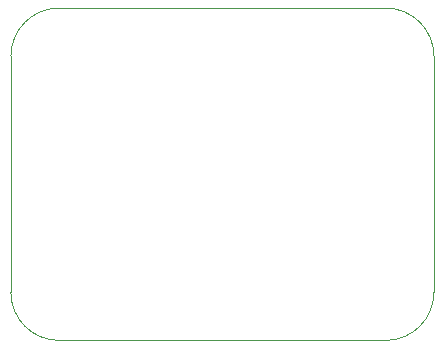
<source format=gbr>
G04 #@! TF.GenerationSoftware,KiCad,Pcbnew,7.0.5*
G04 #@! TF.CreationDate,2023-06-28T23:37:28-05:00*
G04 #@! TF.ProjectId,JoystickBoard,4a6f7973-7469-4636-9b42-6f6172642e6b,rev?*
G04 #@! TF.SameCoordinates,Original*
G04 #@! TF.FileFunction,Paste,Top*
G04 #@! TF.FilePolarity,Positive*
%FSLAX46Y46*%
G04 Gerber Fmt 4.6, Leading zero omitted, Abs format (unit mm)*
G04 Created by KiCad (PCBNEW 7.0.5) date 2023-06-28 23:37:28*
%MOMM*%
%LPD*%
G01*
G04 APERTURE LIST*
G04 #@! TA.AperFunction,Profile*
%ADD10C,0.050000*%
G04 #@! TD*
G04 APERTURE END LIST*
D10*
X132588000Y-110680500D02*
G75*
G03*
X136652000Y-114744500I4064000J0D01*
G01*
X168402000Y-90678000D02*
X168402000Y-110680500D01*
X132588000Y-110680500D02*
X132588000Y-90678000D01*
X164338000Y-114744500D02*
X136652000Y-114744500D01*
X136652000Y-86614000D02*
G75*
G03*
X132588000Y-90678000I0J-4064000D01*
G01*
X164338000Y-86614000D02*
X136652000Y-86614000D01*
X168402000Y-90678000D02*
G75*
G03*
X164338000Y-86614000I-4064000J0D01*
G01*
X164338000Y-114744500D02*
G75*
G03*
X168402000Y-110680500I0J4064000D01*
G01*
M02*

</source>
